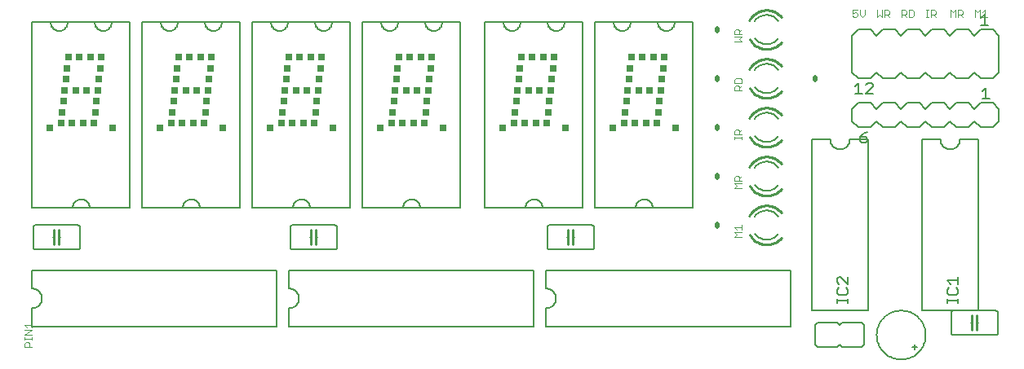
<source format=gto>
G75*
%MOIN*%
%OFA0B0*%
%FSLAX24Y24*%
%IPPOS*%
%LPD*%
%AMOC8*
5,1,8,0,0,1.08239X$1,22.5*
%
%ADD10C,0.0030*%
%ADD11C,0.0060*%
%ADD12C,0.0050*%
%ADD13C,0.0100*%
%ADD14R,0.0250X0.0250*%
%ADD15C,0.0200*%
D10*
X000375Y002195D02*
X000375Y002340D01*
X000423Y002388D01*
X000520Y002388D01*
X000568Y002340D01*
X000568Y002195D01*
X000665Y002195D02*
X000375Y002195D01*
X000375Y002490D02*
X000375Y002586D01*
X000375Y002538D02*
X000665Y002538D01*
X000665Y002490D02*
X000665Y002586D01*
X000665Y002686D02*
X000375Y002686D01*
X000665Y002880D01*
X000375Y002880D01*
X000472Y002981D02*
X000375Y003077D01*
X000665Y003077D01*
X000665Y002981D02*
X000665Y003174D01*
X029375Y006695D02*
X029472Y006792D01*
X029375Y006888D01*
X029665Y006888D01*
X029665Y006990D02*
X029665Y007183D01*
X029665Y007086D02*
X029375Y007086D01*
X029472Y006990D01*
X029375Y006695D02*
X029665Y006695D01*
X029665Y008695D02*
X029375Y008695D01*
X029472Y008792D01*
X029375Y008888D01*
X029665Y008888D01*
X029665Y008990D02*
X029375Y008990D01*
X029375Y009135D01*
X029423Y009183D01*
X029520Y009183D01*
X029568Y009135D01*
X029568Y008990D01*
X029568Y009086D02*
X029665Y009183D01*
X029665Y010695D02*
X029665Y010792D01*
X029665Y010743D02*
X029375Y010743D01*
X029375Y010695D02*
X029375Y010792D01*
X029375Y010891D02*
X029375Y011037D01*
X029423Y011085D01*
X029520Y011085D01*
X029568Y011037D01*
X029568Y010891D01*
X029665Y010891D02*
X029375Y010891D01*
X029568Y010988D02*
X029665Y011085D01*
X029665Y012695D02*
X029375Y012695D01*
X029375Y012840D01*
X029423Y012888D01*
X029520Y012888D01*
X029568Y012840D01*
X029568Y012695D01*
X029568Y012792D02*
X029665Y012888D01*
X029665Y012990D02*
X029375Y012990D01*
X029375Y013135D01*
X029423Y013183D01*
X029617Y013183D01*
X029665Y013135D01*
X029665Y012990D01*
X029665Y014695D02*
X029375Y014695D01*
X029568Y014792D02*
X029665Y014888D01*
X029375Y014888D01*
X029375Y014990D02*
X029375Y015135D01*
X029423Y015183D01*
X029520Y015183D01*
X029568Y015135D01*
X029568Y014990D01*
X029568Y015086D02*
X029665Y015183D01*
X029665Y014990D02*
X029375Y014990D01*
X029568Y014792D02*
X029665Y014695D01*
X034195Y015743D02*
X034243Y015695D01*
X034340Y015695D01*
X034388Y015743D01*
X034388Y015840D01*
X034340Y015888D01*
X034292Y015888D01*
X034195Y015840D01*
X034195Y015985D01*
X034388Y015985D01*
X034490Y015985D02*
X034490Y015792D01*
X034586Y015695D01*
X034683Y015792D01*
X034683Y015985D01*
X035195Y015985D02*
X035195Y015695D01*
X035292Y015792D01*
X035388Y015695D01*
X035388Y015985D01*
X035490Y015985D02*
X035635Y015985D01*
X035683Y015937D01*
X035683Y015840D01*
X035635Y015792D01*
X035490Y015792D01*
X035586Y015792D02*
X035683Y015695D01*
X035490Y015695D02*
X035490Y015985D01*
X036195Y015985D02*
X036195Y015695D01*
X036195Y015792D02*
X036340Y015792D01*
X036388Y015840D01*
X036388Y015937D01*
X036340Y015985D01*
X036195Y015985D01*
X036292Y015792D02*
X036388Y015695D01*
X036490Y015695D02*
X036635Y015695D01*
X036683Y015743D01*
X036683Y015937D01*
X036635Y015985D01*
X036490Y015985D01*
X036490Y015695D01*
X037195Y015695D02*
X037292Y015695D01*
X037243Y015695D02*
X037243Y015985D01*
X037195Y015985D02*
X037292Y015985D01*
X037391Y015985D02*
X037537Y015985D01*
X037585Y015937D01*
X037585Y015840D01*
X037537Y015792D01*
X037391Y015792D01*
X037391Y015695D02*
X037391Y015985D01*
X037488Y015792D02*
X037585Y015695D01*
X038195Y015695D02*
X038195Y015985D01*
X038292Y015888D01*
X038388Y015985D01*
X038388Y015695D01*
X038490Y015695D02*
X038490Y015985D01*
X038635Y015985D01*
X038683Y015937D01*
X038683Y015840D01*
X038635Y015792D01*
X038490Y015792D01*
X038586Y015792D02*
X038683Y015695D01*
X039195Y015695D02*
X039195Y015985D01*
X039292Y015888D01*
X039388Y015985D01*
X039388Y015695D01*
X039490Y015695D02*
X039683Y015695D01*
X039586Y015695D02*
X039586Y015985D01*
X039490Y015888D01*
D11*
X039430Y015180D02*
X039930Y015180D01*
X040180Y014930D01*
X040180Y013430D01*
X039930Y013180D01*
X039430Y013180D01*
X039180Y013430D01*
X038930Y013180D01*
X038430Y013180D01*
X038180Y013430D01*
X037930Y013180D01*
X037430Y013180D01*
X037180Y013430D01*
X036930Y013180D01*
X036430Y013180D01*
X036180Y013430D01*
X035930Y013180D01*
X035430Y013180D01*
X035180Y013430D01*
X034930Y013180D01*
X034430Y013180D01*
X034180Y013430D01*
X034180Y014930D01*
X034430Y015180D01*
X034930Y015180D01*
X035180Y014930D01*
X035430Y015180D01*
X035930Y015180D01*
X036180Y014930D01*
X036430Y015180D01*
X036930Y015180D01*
X037180Y014930D01*
X037430Y015180D01*
X037930Y015180D01*
X038180Y014930D01*
X038430Y015180D01*
X038930Y015180D01*
X039180Y014930D01*
X039430Y015180D01*
X039430Y012180D02*
X039930Y012180D01*
X040180Y011930D01*
X040180Y011430D01*
X039930Y011180D01*
X039430Y011180D01*
X039180Y011430D01*
X038930Y011180D01*
X038430Y011180D01*
X038180Y011430D01*
X037930Y011180D01*
X037430Y011180D01*
X037180Y011430D01*
X036930Y011180D01*
X036430Y011180D01*
X036180Y011430D01*
X035930Y011180D01*
X035430Y011180D01*
X035180Y011430D01*
X034930Y011180D01*
X034430Y011180D01*
X034180Y011430D01*
X034180Y011930D01*
X034430Y012180D01*
X034930Y012180D01*
X035180Y011930D01*
X035430Y012180D01*
X035930Y012180D01*
X036180Y011930D01*
X036430Y012180D01*
X036930Y012180D01*
X037180Y011930D01*
X037430Y012180D01*
X037930Y012180D01*
X038180Y011930D01*
X038430Y012180D01*
X038930Y012180D01*
X039180Y011930D01*
X039430Y012180D01*
X039330Y010680D02*
X038580Y010680D01*
X038578Y010641D01*
X038572Y010602D01*
X038563Y010564D01*
X038550Y010527D01*
X038533Y010491D01*
X038513Y010458D01*
X038489Y010426D01*
X038463Y010397D01*
X038434Y010371D01*
X038402Y010347D01*
X038369Y010327D01*
X038333Y010310D01*
X038296Y010297D01*
X038258Y010288D01*
X038219Y010282D01*
X038180Y010280D01*
X038141Y010282D01*
X038102Y010288D01*
X038064Y010297D01*
X038027Y010310D01*
X037991Y010327D01*
X037958Y010347D01*
X037926Y010371D01*
X037897Y010397D01*
X037871Y010426D01*
X037847Y010458D01*
X037827Y010491D01*
X037810Y010527D01*
X037797Y010564D01*
X037788Y010602D01*
X037782Y010641D01*
X037780Y010680D01*
X037030Y010680D01*
X037030Y003680D01*
X039330Y003680D01*
X039330Y010680D01*
X034830Y010680D02*
X034080Y010680D01*
X034078Y010641D01*
X034072Y010602D01*
X034063Y010564D01*
X034050Y010527D01*
X034033Y010491D01*
X034013Y010458D01*
X033989Y010426D01*
X033963Y010397D01*
X033934Y010371D01*
X033902Y010347D01*
X033869Y010327D01*
X033833Y010310D01*
X033796Y010297D01*
X033758Y010288D01*
X033719Y010282D01*
X033680Y010280D01*
X033641Y010282D01*
X033602Y010288D01*
X033564Y010297D01*
X033527Y010310D01*
X033491Y010327D01*
X033458Y010347D01*
X033426Y010371D01*
X033397Y010397D01*
X033371Y010426D01*
X033347Y010458D01*
X033327Y010491D01*
X033310Y010527D01*
X033297Y010564D01*
X033288Y010602D01*
X033282Y010641D01*
X033280Y010680D01*
X032530Y010680D01*
X032530Y003680D01*
X034830Y003680D01*
X034830Y010680D01*
X030680Y010580D02*
X030635Y010582D01*
X030589Y010587D01*
X030545Y010595D01*
X030501Y010607D01*
X030458Y010623D01*
X030416Y010641D01*
X030376Y010663D01*
X030338Y010687D01*
X030302Y010714D01*
X030267Y010744D01*
X030236Y010777D01*
X030206Y010812D01*
X030680Y011780D02*
X030727Y011778D01*
X030775Y011772D01*
X030821Y011763D01*
X030867Y011750D01*
X030911Y011734D01*
X030955Y011713D01*
X030996Y011690D01*
X031035Y011664D01*
X031072Y011634D01*
X031107Y011601D01*
X031139Y011566D01*
X031168Y011529D01*
X030680Y011780D02*
X030634Y011778D01*
X030588Y011773D01*
X030542Y011764D01*
X030497Y011752D01*
X030454Y011736D01*
X030412Y011717D01*
X030371Y011694D01*
X030332Y011669D01*
X030296Y011641D01*
X030261Y011610D01*
X030229Y011576D01*
X030200Y011540D01*
X030680Y010580D02*
X030725Y010582D01*
X030771Y010587D01*
X030815Y010595D01*
X030859Y010607D01*
X030902Y010623D01*
X030944Y010641D01*
X030984Y010663D01*
X031022Y010687D01*
X031058Y010714D01*
X031093Y010744D01*
X031124Y010777D01*
X031154Y010812D01*
X030206Y008812D02*
X030236Y008777D01*
X030267Y008744D01*
X030302Y008714D01*
X030338Y008687D01*
X030376Y008663D01*
X030416Y008641D01*
X030458Y008623D01*
X030501Y008607D01*
X030545Y008595D01*
X030589Y008587D01*
X030635Y008582D01*
X030680Y008580D01*
X030200Y009540D02*
X030229Y009576D01*
X030261Y009610D01*
X030296Y009641D01*
X030332Y009669D01*
X030371Y009694D01*
X030412Y009717D01*
X030454Y009736D01*
X030497Y009752D01*
X030542Y009764D01*
X030588Y009773D01*
X030634Y009778D01*
X030680Y009780D01*
X031154Y008812D02*
X031124Y008777D01*
X031093Y008744D01*
X031058Y008714D01*
X031022Y008687D01*
X030984Y008663D01*
X030944Y008641D01*
X030902Y008623D01*
X030859Y008607D01*
X030815Y008595D01*
X030771Y008587D01*
X030725Y008582D01*
X030680Y008580D01*
X031168Y009529D02*
X031139Y009566D01*
X031107Y009601D01*
X031072Y009634D01*
X031035Y009664D01*
X030996Y009690D01*
X030955Y009713D01*
X030911Y009734D01*
X030867Y009750D01*
X030821Y009763D01*
X030775Y009772D01*
X030727Y009778D01*
X030680Y009780D01*
X027680Y007880D02*
X027680Y015480D01*
X023680Y015480D01*
X023680Y007880D01*
X027680Y007880D01*
X026030Y007880D02*
X026028Y007917D01*
X026022Y007953D01*
X026013Y007988D01*
X026000Y008022D01*
X025983Y008055D01*
X025963Y008086D01*
X025940Y008114D01*
X025914Y008140D01*
X025886Y008163D01*
X025855Y008183D01*
X025822Y008200D01*
X025788Y008213D01*
X025753Y008222D01*
X025717Y008228D01*
X025680Y008230D01*
X025643Y008228D01*
X025607Y008222D01*
X025572Y008213D01*
X025538Y008200D01*
X025505Y008183D01*
X025474Y008163D01*
X025446Y008140D01*
X025420Y008114D01*
X025397Y008086D01*
X025377Y008055D01*
X025360Y008022D01*
X025347Y007988D01*
X025338Y007953D01*
X025332Y007917D01*
X025330Y007880D01*
X023630Y007080D02*
X023630Y006280D01*
X023628Y006263D01*
X023624Y006246D01*
X023617Y006230D01*
X023607Y006216D01*
X023594Y006203D01*
X023580Y006193D01*
X023564Y006186D01*
X023547Y006182D01*
X023530Y006180D01*
X021830Y006180D01*
X021813Y006182D01*
X021796Y006186D01*
X021780Y006193D01*
X021766Y006203D01*
X021753Y006216D01*
X021743Y006230D01*
X021736Y006246D01*
X021732Y006263D01*
X021730Y006280D01*
X021730Y007080D01*
X021732Y007097D01*
X021736Y007114D01*
X021743Y007130D01*
X021753Y007144D01*
X021766Y007157D01*
X021780Y007167D01*
X021796Y007174D01*
X021813Y007178D01*
X021830Y007180D01*
X023530Y007180D01*
X023547Y007178D01*
X023564Y007174D01*
X023580Y007167D01*
X023594Y007157D01*
X023607Y007144D01*
X023617Y007130D01*
X023624Y007114D01*
X023628Y007097D01*
X023630Y007080D01*
X022830Y006680D02*
X022780Y006680D01*
X022580Y006680D02*
X022530Y006680D01*
X023180Y007880D02*
X023180Y015480D01*
X019180Y015480D01*
X019180Y007880D01*
X023180Y007880D01*
X021530Y007880D02*
X021528Y007917D01*
X021522Y007953D01*
X021513Y007988D01*
X021500Y008022D01*
X021483Y008055D01*
X021463Y008086D01*
X021440Y008114D01*
X021414Y008140D01*
X021386Y008163D01*
X021355Y008183D01*
X021322Y008200D01*
X021288Y008213D01*
X021253Y008222D01*
X021217Y008228D01*
X021180Y008230D01*
X021143Y008228D01*
X021107Y008222D01*
X021072Y008213D01*
X021038Y008200D01*
X021005Y008183D01*
X020974Y008163D01*
X020946Y008140D01*
X020920Y008114D01*
X020897Y008086D01*
X020877Y008055D01*
X020860Y008022D01*
X020847Y007988D01*
X020838Y007953D01*
X020832Y007917D01*
X020830Y007880D01*
X018180Y007880D02*
X018180Y015480D01*
X014180Y015480D01*
X014180Y007880D01*
X018180Y007880D01*
X016530Y007880D02*
X016528Y007917D01*
X016522Y007953D01*
X016513Y007988D01*
X016500Y008022D01*
X016483Y008055D01*
X016463Y008086D01*
X016440Y008114D01*
X016414Y008140D01*
X016386Y008163D01*
X016355Y008183D01*
X016322Y008200D01*
X016288Y008213D01*
X016253Y008222D01*
X016217Y008228D01*
X016180Y008230D01*
X016143Y008228D01*
X016107Y008222D01*
X016072Y008213D01*
X016038Y008200D01*
X016005Y008183D01*
X015974Y008163D01*
X015946Y008140D01*
X015920Y008114D01*
X015897Y008086D01*
X015877Y008055D01*
X015860Y008022D01*
X015847Y007988D01*
X015838Y007953D01*
X015832Y007917D01*
X015830Y007880D01*
X013680Y007880D02*
X013680Y015480D01*
X009680Y015480D01*
X009680Y007880D01*
X013680Y007880D01*
X013030Y007180D02*
X011330Y007180D01*
X011313Y007178D01*
X011296Y007174D01*
X011280Y007167D01*
X011266Y007157D01*
X011253Y007144D01*
X011243Y007130D01*
X011236Y007114D01*
X011232Y007097D01*
X011230Y007080D01*
X011230Y006280D01*
X011232Y006263D01*
X011236Y006246D01*
X011243Y006230D01*
X011253Y006216D01*
X011266Y006203D01*
X011280Y006193D01*
X011296Y006186D01*
X011313Y006182D01*
X011330Y006180D01*
X013030Y006180D01*
X013047Y006182D01*
X013064Y006186D01*
X013080Y006193D01*
X013094Y006203D01*
X013107Y006216D01*
X013117Y006230D01*
X013124Y006246D01*
X013128Y006263D01*
X013130Y006280D01*
X013130Y007080D01*
X013128Y007097D01*
X013124Y007114D01*
X013117Y007130D01*
X013107Y007144D01*
X013094Y007157D01*
X013080Y007167D01*
X013064Y007174D01*
X013047Y007178D01*
X013030Y007180D01*
X012330Y006680D02*
X012280Y006680D01*
X012080Y006680D02*
X012030Y006680D01*
X012030Y007880D02*
X012028Y007917D01*
X012022Y007953D01*
X012013Y007988D01*
X012000Y008022D01*
X011983Y008055D01*
X011963Y008086D01*
X011940Y008114D01*
X011914Y008140D01*
X011886Y008163D01*
X011855Y008183D01*
X011822Y008200D01*
X011788Y008213D01*
X011753Y008222D01*
X011717Y008228D01*
X011680Y008230D01*
X011643Y008228D01*
X011607Y008222D01*
X011572Y008213D01*
X011538Y008200D01*
X011505Y008183D01*
X011474Y008163D01*
X011446Y008140D01*
X011420Y008114D01*
X011397Y008086D01*
X011377Y008055D01*
X011360Y008022D01*
X011347Y007988D01*
X011338Y007953D01*
X011332Y007917D01*
X011330Y007880D01*
X009180Y007880D02*
X009180Y015480D01*
X005180Y015480D01*
X005180Y007880D01*
X009180Y007880D01*
X007530Y007880D02*
X007528Y007917D01*
X007522Y007953D01*
X007513Y007988D01*
X007500Y008022D01*
X007483Y008055D01*
X007463Y008086D01*
X007440Y008114D01*
X007414Y008140D01*
X007386Y008163D01*
X007355Y008183D01*
X007322Y008200D01*
X007288Y008213D01*
X007253Y008222D01*
X007217Y008228D01*
X007180Y008230D01*
X007143Y008228D01*
X007107Y008222D01*
X007072Y008213D01*
X007038Y008200D01*
X007005Y008183D01*
X006974Y008163D01*
X006946Y008140D01*
X006920Y008114D01*
X006897Y008086D01*
X006877Y008055D01*
X006860Y008022D01*
X006847Y007988D01*
X006838Y007953D01*
X006832Y007917D01*
X006830Y007880D01*
X004680Y007880D02*
X004680Y015480D01*
X000680Y015480D01*
X000680Y007880D01*
X004680Y007880D01*
X003030Y007880D02*
X003028Y007917D01*
X003022Y007953D01*
X003013Y007988D01*
X003000Y008022D01*
X002983Y008055D01*
X002963Y008086D01*
X002940Y008114D01*
X002914Y008140D01*
X002886Y008163D01*
X002855Y008183D01*
X002822Y008200D01*
X002788Y008213D01*
X002753Y008222D01*
X002717Y008228D01*
X002680Y008230D01*
X002643Y008228D01*
X002607Y008222D01*
X002572Y008213D01*
X002538Y008200D01*
X002505Y008183D01*
X002474Y008163D01*
X002446Y008140D01*
X002420Y008114D01*
X002397Y008086D01*
X002377Y008055D01*
X002360Y008022D01*
X002347Y007988D01*
X002338Y007953D01*
X002332Y007917D01*
X002330Y007880D01*
X002530Y007180D02*
X000830Y007180D01*
X000813Y007178D01*
X000796Y007174D01*
X000780Y007167D01*
X000766Y007157D01*
X000753Y007144D01*
X000743Y007130D01*
X000736Y007114D01*
X000732Y007097D01*
X000730Y007080D01*
X000730Y006280D01*
X000732Y006263D01*
X000736Y006246D01*
X000743Y006230D01*
X000753Y006216D01*
X000766Y006203D01*
X000780Y006193D01*
X000796Y006186D01*
X000813Y006182D01*
X000830Y006180D01*
X002530Y006180D01*
X002547Y006182D01*
X002564Y006186D01*
X002580Y006193D01*
X002594Y006203D01*
X002607Y006216D01*
X002617Y006230D01*
X002624Y006246D01*
X002628Y006263D01*
X002630Y006280D01*
X002630Y007080D01*
X002628Y007097D01*
X002624Y007114D01*
X002617Y007130D01*
X002607Y007144D01*
X002594Y007157D01*
X002580Y007167D01*
X002564Y007174D01*
X002547Y007178D01*
X002530Y007180D01*
X001830Y006680D02*
X001780Y006680D01*
X001580Y006680D02*
X001530Y006680D01*
X000680Y005330D02*
X000680Y004580D01*
X000719Y004578D01*
X000758Y004572D01*
X000796Y004563D01*
X000833Y004550D01*
X000869Y004533D01*
X000902Y004513D01*
X000934Y004489D01*
X000963Y004463D01*
X000989Y004434D01*
X001013Y004402D01*
X001033Y004369D01*
X001050Y004333D01*
X001063Y004296D01*
X001072Y004258D01*
X001078Y004219D01*
X001080Y004180D01*
X001078Y004141D01*
X001072Y004102D01*
X001063Y004064D01*
X001050Y004027D01*
X001033Y003991D01*
X001013Y003958D01*
X000989Y003926D01*
X000963Y003897D01*
X000934Y003871D01*
X000902Y003847D01*
X000869Y003827D01*
X000833Y003810D01*
X000796Y003797D01*
X000758Y003788D01*
X000719Y003782D01*
X000680Y003780D01*
X000680Y003030D01*
X010680Y003030D01*
X010680Y005330D01*
X000680Y005330D01*
X011180Y005330D02*
X011180Y004580D01*
X011219Y004578D01*
X011258Y004572D01*
X011296Y004563D01*
X011333Y004550D01*
X011369Y004533D01*
X011402Y004513D01*
X011434Y004489D01*
X011463Y004463D01*
X011489Y004434D01*
X011513Y004402D01*
X011533Y004369D01*
X011550Y004333D01*
X011563Y004296D01*
X011572Y004258D01*
X011578Y004219D01*
X011580Y004180D01*
X011578Y004141D01*
X011572Y004102D01*
X011563Y004064D01*
X011550Y004027D01*
X011533Y003991D01*
X011513Y003958D01*
X011489Y003926D01*
X011463Y003897D01*
X011434Y003871D01*
X011402Y003847D01*
X011369Y003827D01*
X011333Y003810D01*
X011296Y003797D01*
X011258Y003788D01*
X011219Y003782D01*
X011180Y003780D01*
X011180Y003030D01*
X021180Y003030D01*
X021180Y005330D01*
X011180Y005330D01*
X021680Y005330D02*
X021680Y004580D01*
X021719Y004578D01*
X021758Y004572D01*
X021796Y004563D01*
X021833Y004550D01*
X021869Y004533D01*
X021902Y004513D01*
X021934Y004489D01*
X021963Y004463D01*
X021989Y004434D01*
X022013Y004402D01*
X022033Y004369D01*
X022050Y004333D01*
X022063Y004296D01*
X022072Y004258D01*
X022078Y004219D01*
X022080Y004180D01*
X022078Y004141D01*
X022072Y004102D01*
X022063Y004064D01*
X022050Y004027D01*
X022033Y003991D01*
X022013Y003958D01*
X021989Y003926D01*
X021963Y003897D01*
X021934Y003871D01*
X021902Y003847D01*
X021869Y003827D01*
X021833Y003810D01*
X021796Y003797D01*
X021758Y003788D01*
X021719Y003782D01*
X021680Y003780D01*
X021680Y003030D01*
X031680Y003030D01*
X031680Y005330D01*
X021680Y005330D01*
X030680Y007780D02*
X030727Y007778D01*
X030775Y007772D01*
X030821Y007763D01*
X030867Y007750D01*
X030911Y007734D01*
X030955Y007713D01*
X030996Y007690D01*
X031035Y007664D01*
X031072Y007634D01*
X031107Y007601D01*
X031139Y007566D01*
X031168Y007529D01*
X030680Y006580D02*
X030635Y006582D01*
X030589Y006587D01*
X030545Y006595D01*
X030501Y006607D01*
X030458Y006623D01*
X030416Y006641D01*
X030376Y006663D01*
X030338Y006687D01*
X030302Y006714D01*
X030267Y006744D01*
X030236Y006777D01*
X030206Y006812D01*
X030680Y006580D02*
X030725Y006582D01*
X030771Y006587D01*
X030815Y006595D01*
X030859Y006607D01*
X030902Y006623D01*
X030944Y006641D01*
X030984Y006663D01*
X031022Y006687D01*
X031058Y006714D01*
X031093Y006744D01*
X031124Y006777D01*
X031154Y006812D01*
X030680Y007780D02*
X030634Y007778D01*
X030588Y007773D01*
X030542Y007764D01*
X030497Y007752D01*
X030454Y007736D01*
X030412Y007717D01*
X030371Y007694D01*
X030332Y007669D01*
X030296Y007641D01*
X030261Y007610D01*
X030229Y007576D01*
X030200Y007540D01*
X038330Y003680D02*
X040030Y003680D01*
X040047Y003678D01*
X040064Y003674D01*
X040080Y003667D01*
X040094Y003657D01*
X040107Y003644D01*
X040117Y003630D01*
X040124Y003614D01*
X040128Y003597D01*
X040130Y003580D01*
X040130Y002780D01*
X040128Y002763D01*
X040124Y002746D01*
X040117Y002730D01*
X040107Y002716D01*
X040094Y002703D01*
X040080Y002693D01*
X040064Y002686D01*
X040047Y002682D01*
X040030Y002680D01*
X038330Y002680D01*
X038313Y002682D01*
X038296Y002686D01*
X038280Y002693D01*
X038266Y002703D01*
X038253Y002716D01*
X038243Y002730D01*
X038236Y002746D01*
X038232Y002763D01*
X038230Y002780D01*
X038230Y003580D01*
X038232Y003597D01*
X038236Y003614D01*
X038243Y003630D01*
X038253Y003644D01*
X038266Y003657D01*
X038280Y003667D01*
X038296Y003674D01*
X038313Y003678D01*
X038330Y003680D01*
X039030Y003180D02*
X039080Y003180D01*
X039280Y003180D02*
X039330Y003180D01*
X036830Y002180D02*
X036730Y002180D01*
X036730Y002080D01*
X036730Y002180D02*
X036630Y002180D01*
X036730Y002180D02*
X036730Y002280D01*
X035180Y002680D02*
X035182Y002743D01*
X035188Y002805D01*
X035198Y002867D01*
X035211Y002929D01*
X035229Y002989D01*
X035250Y003048D01*
X035275Y003106D01*
X035304Y003162D01*
X035336Y003216D01*
X035371Y003268D01*
X035409Y003317D01*
X035451Y003365D01*
X035495Y003409D01*
X035543Y003451D01*
X035592Y003489D01*
X035644Y003524D01*
X035698Y003556D01*
X035754Y003585D01*
X035812Y003610D01*
X035871Y003631D01*
X035931Y003649D01*
X035993Y003662D01*
X036055Y003672D01*
X036117Y003678D01*
X036180Y003680D01*
X036243Y003678D01*
X036305Y003672D01*
X036367Y003662D01*
X036429Y003649D01*
X036489Y003631D01*
X036548Y003610D01*
X036606Y003585D01*
X036662Y003556D01*
X036716Y003524D01*
X036768Y003489D01*
X036817Y003451D01*
X036865Y003409D01*
X036909Y003365D01*
X036951Y003317D01*
X036989Y003268D01*
X037024Y003216D01*
X037056Y003162D01*
X037085Y003106D01*
X037110Y003048D01*
X037131Y002989D01*
X037149Y002929D01*
X037162Y002867D01*
X037172Y002805D01*
X037178Y002743D01*
X037180Y002680D01*
X037178Y002617D01*
X037172Y002555D01*
X037162Y002493D01*
X037149Y002431D01*
X037131Y002371D01*
X037110Y002312D01*
X037085Y002254D01*
X037056Y002198D01*
X037024Y002144D01*
X036989Y002092D01*
X036951Y002043D01*
X036909Y001995D01*
X036865Y001951D01*
X036817Y001909D01*
X036768Y001871D01*
X036716Y001836D01*
X036662Y001804D01*
X036606Y001775D01*
X036548Y001750D01*
X036489Y001729D01*
X036429Y001711D01*
X036367Y001698D01*
X036305Y001688D01*
X036243Y001682D01*
X036180Y001680D01*
X036117Y001682D01*
X036055Y001688D01*
X035993Y001698D01*
X035931Y001711D01*
X035871Y001729D01*
X035812Y001750D01*
X035754Y001775D01*
X035698Y001804D01*
X035644Y001836D01*
X035592Y001871D01*
X035543Y001909D01*
X035495Y001951D01*
X035451Y001995D01*
X035409Y002043D01*
X035371Y002092D01*
X035336Y002144D01*
X035304Y002198D01*
X035275Y002254D01*
X035250Y002312D01*
X035229Y002371D01*
X035211Y002431D01*
X035198Y002493D01*
X035188Y002555D01*
X035182Y002617D01*
X035180Y002680D01*
X034680Y003080D02*
X034580Y003180D01*
X033780Y003180D01*
X033680Y003080D01*
X033580Y003180D01*
X032780Y003180D01*
X032680Y003080D01*
X032680Y002280D01*
X032780Y002180D01*
X033580Y002180D01*
X033680Y002280D01*
X033780Y002180D01*
X034580Y002180D01*
X034680Y002280D01*
X034680Y003080D01*
X030680Y012580D02*
X030635Y012582D01*
X030589Y012587D01*
X030545Y012595D01*
X030501Y012607D01*
X030458Y012623D01*
X030416Y012641D01*
X030376Y012663D01*
X030338Y012687D01*
X030302Y012714D01*
X030267Y012744D01*
X030236Y012777D01*
X030206Y012812D01*
X030680Y013780D02*
X030727Y013778D01*
X030775Y013772D01*
X030821Y013763D01*
X030867Y013750D01*
X030911Y013734D01*
X030955Y013713D01*
X030996Y013690D01*
X031035Y013664D01*
X031072Y013634D01*
X031107Y013601D01*
X031139Y013566D01*
X031168Y013529D01*
X030680Y013780D02*
X030634Y013778D01*
X030588Y013773D01*
X030542Y013764D01*
X030497Y013752D01*
X030454Y013736D01*
X030412Y013717D01*
X030371Y013694D01*
X030332Y013669D01*
X030296Y013641D01*
X030261Y013610D01*
X030229Y013576D01*
X030200Y013540D01*
X030680Y012580D02*
X030725Y012582D01*
X030771Y012587D01*
X030815Y012595D01*
X030859Y012607D01*
X030902Y012623D01*
X030944Y012641D01*
X030984Y012663D01*
X031022Y012687D01*
X031058Y012714D01*
X031093Y012744D01*
X031124Y012777D01*
X031154Y012812D01*
X030200Y015540D02*
X030229Y015576D01*
X030261Y015610D01*
X030296Y015641D01*
X030332Y015669D01*
X030371Y015694D01*
X030412Y015717D01*
X030454Y015736D01*
X030497Y015752D01*
X030542Y015764D01*
X030588Y015773D01*
X030634Y015778D01*
X030680Y015780D01*
X030206Y014812D02*
X030236Y014777D01*
X030267Y014744D01*
X030302Y014714D01*
X030338Y014687D01*
X030376Y014663D01*
X030416Y014641D01*
X030458Y014623D01*
X030501Y014607D01*
X030545Y014595D01*
X030589Y014587D01*
X030635Y014582D01*
X030680Y014580D01*
X031168Y015529D02*
X031139Y015566D01*
X031107Y015601D01*
X031072Y015634D01*
X031035Y015664D01*
X030996Y015690D01*
X030955Y015713D01*
X030911Y015734D01*
X030867Y015750D01*
X030821Y015763D01*
X030775Y015772D01*
X030727Y015778D01*
X030680Y015780D01*
X031154Y014812D02*
X031124Y014777D01*
X031093Y014744D01*
X031058Y014714D01*
X031022Y014687D01*
X030984Y014663D01*
X030944Y014641D01*
X030902Y014623D01*
X030859Y014607D01*
X030815Y014595D01*
X030771Y014587D01*
X030725Y014582D01*
X030680Y014580D01*
X026930Y015480D02*
X026928Y015443D01*
X026922Y015407D01*
X026913Y015372D01*
X026900Y015338D01*
X026883Y015305D01*
X026863Y015274D01*
X026840Y015246D01*
X026814Y015220D01*
X026786Y015197D01*
X026755Y015177D01*
X026722Y015160D01*
X026688Y015147D01*
X026653Y015138D01*
X026617Y015132D01*
X026580Y015130D01*
X026543Y015132D01*
X026507Y015138D01*
X026472Y015147D01*
X026438Y015160D01*
X026405Y015177D01*
X026374Y015197D01*
X026346Y015220D01*
X026320Y015246D01*
X026297Y015274D01*
X026277Y015305D01*
X026260Y015338D01*
X026247Y015372D01*
X026238Y015407D01*
X026232Y015443D01*
X026230Y015480D01*
X025130Y015480D02*
X025128Y015443D01*
X025122Y015407D01*
X025113Y015372D01*
X025100Y015338D01*
X025083Y015305D01*
X025063Y015274D01*
X025040Y015246D01*
X025014Y015220D01*
X024986Y015197D01*
X024955Y015177D01*
X024922Y015160D01*
X024888Y015147D01*
X024853Y015138D01*
X024817Y015132D01*
X024780Y015130D01*
X024743Y015132D01*
X024707Y015138D01*
X024672Y015147D01*
X024638Y015160D01*
X024605Y015177D01*
X024574Y015197D01*
X024546Y015220D01*
X024520Y015246D01*
X024497Y015274D01*
X024477Y015305D01*
X024460Y015338D01*
X024447Y015372D01*
X024438Y015407D01*
X024432Y015443D01*
X024430Y015480D01*
X022430Y015480D02*
X022428Y015443D01*
X022422Y015407D01*
X022413Y015372D01*
X022400Y015338D01*
X022383Y015305D01*
X022363Y015274D01*
X022340Y015246D01*
X022314Y015220D01*
X022286Y015197D01*
X022255Y015177D01*
X022222Y015160D01*
X022188Y015147D01*
X022153Y015138D01*
X022117Y015132D01*
X022080Y015130D01*
X022043Y015132D01*
X022007Y015138D01*
X021972Y015147D01*
X021938Y015160D01*
X021905Y015177D01*
X021874Y015197D01*
X021846Y015220D01*
X021820Y015246D01*
X021797Y015274D01*
X021777Y015305D01*
X021760Y015338D01*
X021747Y015372D01*
X021738Y015407D01*
X021732Y015443D01*
X021730Y015480D01*
X020630Y015480D02*
X020628Y015443D01*
X020622Y015407D01*
X020613Y015372D01*
X020600Y015338D01*
X020583Y015305D01*
X020563Y015274D01*
X020540Y015246D01*
X020514Y015220D01*
X020486Y015197D01*
X020455Y015177D01*
X020422Y015160D01*
X020388Y015147D01*
X020353Y015138D01*
X020317Y015132D01*
X020280Y015130D01*
X020243Y015132D01*
X020207Y015138D01*
X020172Y015147D01*
X020138Y015160D01*
X020105Y015177D01*
X020074Y015197D01*
X020046Y015220D01*
X020020Y015246D01*
X019997Y015274D01*
X019977Y015305D01*
X019960Y015338D01*
X019947Y015372D01*
X019938Y015407D01*
X019932Y015443D01*
X019930Y015480D01*
X017430Y015480D02*
X017428Y015443D01*
X017422Y015407D01*
X017413Y015372D01*
X017400Y015338D01*
X017383Y015305D01*
X017363Y015274D01*
X017340Y015246D01*
X017314Y015220D01*
X017286Y015197D01*
X017255Y015177D01*
X017222Y015160D01*
X017188Y015147D01*
X017153Y015138D01*
X017117Y015132D01*
X017080Y015130D01*
X017043Y015132D01*
X017007Y015138D01*
X016972Y015147D01*
X016938Y015160D01*
X016905Y015177D01*
X016874Y015197D01*
X016846Y015220D01*
X016820Y015246D01*
X016797Y015274D01*
X016777Y015305D01*
X016760Y015338D01*
X016747Y015372D01*
X016738Y015407D01*
X016732Y015443D01*
X016730Y015480D01*
X015630Y015480D02*
X015628Y015443D01*
X015622Y015407D01*
X015613Y015372D01*
X015600Y015338D01*
X015583Y015305D01*
X015563Y015274D01*
X015540Y015246D01*
X015514Y015220D01*
X015486Y015197D01*
X015455Y015177D01*
X015422Y015160D01*
X015388Y015147D01*
X015353Y015138D01*
X015317Y015132D01*
X015280Y015130D01*
X015243Y015132D01*
X015207Y015138D01*
X015172Y015147D01*
X015138Y015160D01*
X015105Y015177D01*
X015074Y015197D01*
X015046Y015220D01*
X015020Y015246D01*
X014997Y015274D01*
X014977Y015305D01*
X014960Y015338D01*
X014947Y015372D01*
X014938Y015407D01*
X014932Y015443D01*
X014930Y015480D01*
X012930Y015480D02*
X012928Y015443D01*
X012922Y015407D01*
X012913Y015372D01*
X012900Y015338D01*
X012883Y015305D01*
X012863Y015274D01*
X012840Y015246D01*
X012814Y015220D01*
X012786Y015197D01*
X012755Y015177D01*
X012722Y015160D01*
X012688Y015147D01*
X012653Y015138D01*
X012617Y015132D01*
X012580Y015130D01*
X012543Y015132D01*
X012507Y015138D01*
X012472Y015147D01*
X012438Y015160D01*
X012405Y015177D01*
X012374Y015197D01*
X012346Y015220D01*
X012320Y015246D01*
X012297Y015274D01*
X012277Y015305D01*
X012260Y015338D01*
X012247Y015372D01*
X012238Y015407D01*
X012232Y015443D01*
X012230Y015480D01*
X011130Y015480D02*
X011128Y015443D01*
X011122Y015407D01*
X011113Y015372D01*
X011100Y015338D01*
X011083Y015305D01*
X011063Y015274D01*
X011040Y015246D01*
X011014Y015220D01*
X010986Y015197D01*
X010955Y015177D01*
X010922Y015160D01*
X010888Y015147D01*
X010853Y015138D01*
X010817Y015132D01*
X010780Y015130D01*
X010743Y015132D01*
X010707Y015138D01*
X010672Y015147D01*
X010638Y015160D01*
X010605Y015177D01*
X010574Y015197D01*
X010546Y015220D01*
X010520Y015246D01*
X010497Y015274D01*
X010477Y015305D01*
X010460Y015338D01*
X010447Y015372D01*
X010438Y015407D01*
X010432Y015443D01*
X010430Y015480D01*
X008430Y015480D02*
X008428Y015443D01*
X008422Y015407D01*
X008413Y015372D01*
X008400Y015338D01*
X008383Y015305D01*
X008363Y015274D01*
X008340Y015246D01*
X008314Y015220D01*
X008286Y015197D01*
X008255Y015177D01*
X008222Y015160D01*
X008188Y015147D01*
X008153Y015138D01*
X008117Y015132D01*
X008080Y015130D01*
X008043Y015132D01*
X008007Y015138D01*
X007972Y015147D01*
X007938Y015160D01*
X007905Y015177D01*
X007874Y015197D01*
X007846Y015220D01*
X007820Y015246D01*
X007797Y015274D01*
X007777Y015305D01*
X007760Y015338D01*
X007747Y015372D01*
X007738Y015407D01*
X007732Y015443D01*
X007730Y015480D01*
X006630Y015480D02*
X006628Y015443D01*
X006622Y015407D01*
X006613Y015372D01*
X006600Y015338D01*
X006583Y015305D01*
X006563Y015274D01*
X006540Y015246D01*
X006514Y015220D01*
X006486Y015197D01*
X006455Y015177D01*
X006422Y015160D01*
X006388Y015147D01*
X006353Y015138D01*
X006317Y015132D01*
X006280Y015130D01*
X006243Y015132D01*
X006207Y015138D01*
X006172Y015147D01*
X006138Y015160D01*
X006105Y015177D01*
X006074Y015197D01*
X006046Y015220D01*
X006020Y015246D01*
X005997Y015274D01*
X005977Y015305D01*
X005960Y015338D01*
X005947Y015372D01*
X005938Y015407D01*
X005932Y015443D01*
X005930Y015480D01*
X003930Y015480D02*
X003928Y015443D01*
X003922Y015407D01*
X003913Y015372D01*
X003900Y015338D01*
X003883Y015305D01*
X003863Y015274D01*
X003840Y015246D01*
X003814Y015220D01*
X003786Y015197D01*
X003755Y015177D01*
X003722Y015160D01*
X003688Y015147D01*
X003653Y015138D01*
X003617Y015132D01*
X003580Y015130D01*
X003543Y015132D01*
X003507Y015138D01*
X003472Y015147D01*
X003438Y015160D01*
X003405Y015177D01*
X003374Y015197D01*
X003346Y015220D01*
X003320Y015246D01*
X003297Y015274D01*
X003277Y015305D01*
X003260Y015338D01*
X003247Y015372D01*
X003238Y015407D01*
X003232Y015443D01*
X003230Y015480D01*
X002130Y015480D02*
X002128Y015443D01*
X002122Y015407D01*
X002113Y015372D01*
X002100Y015338D01*
X002083Y015305D01*
X002063Y015274D01*
X002040Y015246D01*
X002014Y015220D01*
X001986Y015197D01*
X001955Y015177D01*
X001922Y015160D01*
X001888Y015147D01*
X001853Y015138D01*
X001817Y015132D01*
X001780Y015130D01*
X001743Y015132D01*
X001707Y015138D01*
X001672Y015147D01*
X001638Y015160D01*
X001605Y015177D01*
X001574Y015197D01*
X001546Y015220D01*
X001520Y015246D01*
X001497Y015274D01*
X001477Y015305D01*
X001460Y015338D01*
X001447Y015372D01*
X001438Y015407D01*
X001432Y015443D01*
X001430Y015480D01*
D12*
X033555Y004998D02*
X033555Y004847D01*
X033630Y004772D01*
X033630Y004612D02*
X033555Y004537D01*
X033555Y004387D01*
X033630Y004312D01*
X033930Y004312D01*
X034005Y004387D01*
X034005Y004537D01*
X033930Y004612D01*
X034005Y004772D02*
X033705Y005073D01*
X033630Y005073D01*
X033555Y004998D01*
X034005Y005073D02*
X034005Y004772D01*
X034005Y004155D02*
X034005Y004005D01*
X034005Y004080D02*
X033555Y004080D01*
X033555Y004005D02*
X033555Y004155D01*
X038055Y004155D02*
X038055Y004005D01*
X038055Y004080D02*
X038505Y004080D01*
X038505Y004005D02*
X038505Y004155D01*
X038430Y004312D02*
X038130Y004312D01*
X038055Y004387D01*
X038055Y004537D01*
X038130Y004612D01*
X038205Y004772D02*
X038055Y004922D01*
X038505Y004922D01*
X038505Y004772D02*
X038505Y005073D01*
X038430Y004612D02*
X038505Y004537D01*
X038505Y004387D01*
X038430Y004312D01*
X034720Y010555D02*
X034795Y010630D01*
X034795Y010705D01*
X034720Y010780D01*
X034495Y010780D01*
X034495Y010630D01*
X034570Y010555D01*
X034720Y010555D01*
X034495Y010780D02*
X034645Y010930D01*
X034795Y011005D01*
X034745Y012555D02*
X035045Y012855D01*
X035045Y012930D01*
X034970Y013005D01*
X034820Y013005D01*
X034745Y012930D01*
X034434Y013005D02*
X034434Y012555D01*
X034284Y012555D02*
X034584Y012555D01*
X034745Y012555D02*
X035045Y012555D01*
X034434Y013005D02*
X034284Y012855D01*
X039495Y012655D02*
X039645Y012805D01*
X039645Y012355D01*
X039495Y012355D02*
X039795Y012355D01*
X039745Y015355D02*
X039445Y015355D01*
X039595Y015355D02*
X039595Y015805D01*
X039445Y015655D01*
D13*
X030680Y015980D02*
X030626Y015978D01*
X030572Y015973D01*
X030519Y015964D01*
X030466Y015951D01*
X030415Y015935D01*
X030365Y015915D01*
X030316Y015892D01*
X030268Y015866D01*
X030223Y015837D01*
X030180Y015804D01*
X030139Y015769D01*
X030100Y015731D01*
X030064Y015691D01*
X030031Y015648D01*
X030001Y015603D01*
X029974Y015556D01*
X029985Y014783D02*
X030015Y014735D01*
X030048Y014690D01*
X030084Y014647D01*
X030122Y014606D01*
X030164Y014569D01*
X030208Y014534D01*
X030254Y014503D01*
X030303Y014474D01*
X030353Y014450D01*
X030405Y014429D01*
X030459Y014411D01*
X030513Y014398D01*
X030568Y014388D01*
X030624Y014382D01*
X030680Y014380D01*
X030733Y014382D01*
X030787Y014387D01*
X030839Y014396D01*
X030891Y014408D01*
X030942Y014424D01*
X030992Y014443D01*
X031041Y014466D01*
X031088Y014492D01*
X031133Y014520D01*
X031176Y014552D01*
X031216Y014586D01*
X031255Y014624D01*
X031291Y014663D01*
X031295Y015692D02*
X031259Y015732D01*
X031220Y015770D01*
X031179Y015805D01*
X031136Y015837D01*
X031091Y015867D01*
X031044Y015893D01*
X030995Y015915D01*
X030944Y015935D01*
X030893Y015951D01*
X030841Y015964D01*
X030787Y015973D01*
X030734Y015978D01*
X030680Y015980D01*
X029985Y012783D02*
X030015Y012735D01*
X030048Y012690D01*
X030084Y012647D01*
X030122Y012606D01*
X030164Y012569D01*
X030208Y012534D01*
X030254Y012503D01*
X030303Y012474D01*
X030353Y012450D01*
X030405Y012429D01*
X030459Y012411D01*
X030513Y012398D01*
X030568Y012388D01*
X030624Y012382D01*
X030680Y012380D01*
X029974Y013556D02*
X030001Y013603D01*
X030031Y013648D01*
X030064Y013691D01*
X030100Y013731D01*
X030139Y013769D01*
X030180Y013804D01*
X030223Y013837D01*
X030268Y013866D01*
X030316Y013892D01*
X030365Y013915D01*
X030415Y013935D01*
X030466Y013951D01*
X030519Y013964D01*
X030572Y013973D01*
X030626Y013978D01*
X030680Y013980D01*
X031291Y012663D02*
X031255Y012624D01*
X031216Y012586D01*
X031176Y012552D01*
X031133Y012520D01*
X031088Y012492D01*
X031041Y012466D01*
X030992Y012443D01*
X030942Y012424D01*
X030891Y012408D01*
X030839Y012396D01*
X030787Y012387D01*
X030733Y012382D01*
X030680Y012380D01*
X031295Y013692D02*
X031259Y013732D01*
X031220Y013770D01*
X031179Y013805D01*
X031136Y013837D01*
X031091Y013867D01*
X031044Y013893D01*
X030995Y013915D01*
X030944Y013935D01*
X030893Y013951D01*
X030841Y013964D01*
X030787Y013973D01*
X030734Y013978D01*
X030680Y013980D01*
X029985Y010783D02*
X030015Y010735D01*
X030048Y010690D01*
X030084Y010647D01*
X030122Y010606D01*
X030164Y010569D01*
X030208Y010534D01*
X030254Y010503D01*
X030303Y010474D01*
X030353Y010450D01*
X030405Y010429D01*
X030459Y010411D01*
X030513Y010398D01*
X030568Y010388D01*
X030624Y010382D01*
X030680Y010380D01*
X029974Y011556D02*
X030001Y011603D01*
X030031Y011648D01*
X030064Y011691D01*
X030100Y011731D01*
X030139Y011769D01*
X030180Y011804D01*
X030223Y011837D01*
X030268Y011866D01*
X030316Y011892D01*
X030365Y011915D01*
X030415Y011935D01*
X030466Y011951D01*
X030519Y011964D01*
X030572Y011973D01*
X030626Y011978D01*
X030680Y011980D01*
X031291Y010663D02*
X031255Y010624D01*
X031216Y010586D01*
X031176Y010552D01*
X031133Y010520D01*
X031088Y010492D01*
X031041Y010466D01*
X030992Y010443D01*
X030942Y010424D01*
X030891Y010408D01*
X030839Y010396D01*
X030787Y010387D01*
X030733Y010382D01*
X030680Y010380D01*
X031295Y011692D02*
X031259Y011732D01*
X031220Y011770D01*
X031179Y011805D01*
X031136Y011837D01*
X031091Y011867D01*
X031044Y011893D01*
X030995Y011915D01*
X030944Y011935D01*
X030893Y011951D01*
X030841Y011964D01*
X030787Y011973D01*
X030734Y011978D01*
X030680Y011980D01*
X029985Y008783D02*
X030015Y008735D01*
X030048Y008690D01*
X030084Y008647D01*
X030122Y008606D01*
X030164Y008569D01*
X030208Y008534D01*
X030254Y008503D01*
X030303Y008474D01*
X030353Y008450D01*
X030405Y008429D01*
X030459Y008411D01*
X030513Y008398D01*
X030568Y008388D01*
X030624Y008382D01*
X030680Y008380D01*
X029974Y009556D02*
X030001Y009603D01*
X030031Y009648D01*
X030064Y009691D01*
X030100Y009731D01*
X030139Y009769D01*
X030180Y009804D01*
X030223Y009837D01*
X030268Y009866D01*
X030316Y009892D01*
X030365Y009915D01*
X030415Y009935D01*
X030466Y009951D01*
X030519Y009964D01*
X030572Y009973D01*
X030626Y009978D01*
X030680Y009980D01*
X031291Y008663D02*
X031255Y008624D01*
X031216Y008586D01*
X031176Y008552D01*
X031133Y008520D01*
X031088Y008492D01*
X031041Y008466D01*
X030992Y008443D01*
X030942Y008424D01*
X030891Y008408D01*
X030839Y008396D01*
X030787Y008387D01*
X030733Y008382D01*
X030680Y008380D01*
X031295Y009692D02*
X031259Y009732D01*
X031220Y009770D01*
X031179Y009805D01*
X031136Y009837D01*
X031091Y009867D01*
X031044Y009893D01*
X030995Y009915D01*
X030944Y009935D01*
X030893Y009951D01*
X030841Y009964D01*
X030787Y009973D01*
X030734Y009978D01*
X030680Y009980D01*
X029985Y006783D02*
X030015Y006735D01*
X030048Y006690D01*
X030084Y006647D01*
X030122Y006606D01*
X030164Y006569D01*
X030208Y006534D01*
X030254Y006503D01*
X030303Y006474D01*
X030353Y006450D01*
X030405Y006429D01*
X030459Y006411D01*
X030513Y006398D01*
X030568Y006388D01*
X030624Y006382D01*
X030680Y006380D01*
X029974Y007556D02*
X030001Y007603D01*
X030031Y007648D01*
X030064Y007691D01*
X030100Y007731D01*
X030139Y007769D01*
X030180Y007804D01*
X030223Y007837D01*
X030268Y007866D01*
X030316Y007892D01*
X030365Y007915D01*
X030415Y007935D01*
X030466Y007951D01*
X030519Y007964D01*
X030572Y007973D01*
X030626Y007978D01*
X030680Y007980D01*
X031291Y006663D02*
X031255Y006624D01*
X031216Y006586D01*
X031176Y006552D01*
X031133Y006520D01*
X031088Y006492D01*
X031041Y006466D01*
X030992Y006443D01*
X030942Y006424D01*
X030891Y006408D01*
X030839Y006396D01*
X030787Y006387D01*
X030733Y006382D01*
X030680Y006380D01*
X031295Y007692D02*
X031259Y007732D01*
X031220Y007770D01*
X031179Y007805D01*
X031136Y007837D01*
X031091Y007867D01*
X031044Y007893D01*
X030995Y007915D01*
X030944Y007935D01*
X030893Y007951D01*
X030841Y007964D01*
X030787Y007973D01*
X030734Y007978D01*
X030680Y007980D01*
X022780Y006980D02*
X022780Y006680D01*
X022780Y006380D01*
X022580Y006380D02*
X022580Y006680D01*
X022580Y006980D01*
X012280Y006980D02*
X012280Y006680D01*
X012280Y006380D01*
X012080Y006380D02*
X012080Y006680D01*
X012080Y006980D01*
X001780Y006980D02*
X001780Y006680D01*
X001780Y006380D01*
X001580Y006380D02*
X001580Y006680D01*
X001580Y006980D01*
X039080Y003480D02*
X039080Y003180D01*
X039080Y002880D01*
X039280Y002880D02*
X039280Y003180D01*
X039280Y003480D01*
D14*
X026955Y011155D03*
X026205Y011355D03*
X025755Y011355D03*
X025305Y011355D03*
X024855Y011355D03*
X024405Y011155D03*
X024905Y011805D03*
X024955Y012255D03*
X025005Y012705D03*
X025455Y012705D03*
X025905Y012705D03*
X026355Y012705D03*
X026305Y012255D03*
X026255Y011805D03*
X026405Y013155D03*
X026455Y013605D03*
X026505Y014055D03*
X026055Y014055D03*
X025605Y014055D03*
X025155Y014055D03*
X025105Y013605D03*
X025055Y013155D03*
X021955Y013605D03*
X022005Y014055D03*
X021555Y014055D03*
X021105Y014055D03*
X020655Y014055D03*
X020605Y013605D03*
X020555Y013155D03*
X020505Y012705D03*
X020955Y012705D03*
X021405Y012705D03*
X021855Y012705D03*
X021805Y012255D03*
X021755Y011805D03*
X021705Y011355D03*
X021255Y011355D03*
X020805Y011355D03*
X020355Y011355D03*
X019905Y011155D03*
X020405Y011805D03*
X020455Y012255D03*
X021905Y013155D03*
X022455Y011155D03*
X017455Y011155D03*
X016705Y011355D03*
X016255Y011355D03*
X015805Y011355D03*
X015355Y011355D03*
X014905Y011155D03*
X015405Y011805D03*
X015455Y012255D03*
X015505Y012705D03*
X015955Y012705D03*
X016405Y012705D03*
X016855Y012705D03*
X016805Y012255D03*
X016755Y011805D03*
X016905Y013155D03*
X016955Y013605D03*
X017005Y014055D03*
X016555Y014055D03*
X016105Y014055D03*
X015655Y014055D03*
X015605Y013605D03*
X015555Y013155D03*
X012455Y013605D03*
X012505Y014055D03*
X012055Y014055D03*
X011605Y014055D03*
X011155Y014055D03*
X011105Y013605D03*
X011055Y013155D03*
X011005Y012705D03*
X011455Y012705D03*
X011905Y012705D03*
X012355Y012705D03*
X012305Y012255D03*
X012255Y011805D03*
X012205Y011355D03*
X011755Y011355D03*
X011305Y011355D03*
X010855Y011355D03*
X010405Y011155D03*
X010905Y011805D03*
X010955Y012255D03*
X012405Y013155D03*
X007955Y013605D03*
X008005Y014055D03*
X007555Y014055D03*
X007105Y014055D03*
X006655Y014055D03*
X006605Y013605D03*
X006555Y013155D03*
X006505Y012705D03*
X006955Y012705D03*
X007405Y012705D03*
X007855Y012705D03*
X007805Y012255D03*
X007755Y011805D03*
X007705Y011355D03*
X007255Y011355D03*
X006805Y011355D03*
X006355Y011355D03*
X005905Y011155D03*
X006405Y011805D03*
X006455Y012255D03*
X007905Y013155D03*
X003455Y013605D03*
X003505Y014055D03*
X003055Y014055D03*
X002605Y014055D03*
X002155Y014055D03*
X002105Y013605D03*
X002055Y013155D03*
X002005Y012705D03*
X002455Y012705D03*
X002905Y012705D03*
X003355Y012705D03*
X003305Y012255D03*
X003255Y011805D03*
X003205Y011355D03*
X002755Y011355D03*
X002305Y011355D03*
X001855Y011355D03*
X001405Y011155D03*
X001905Y011805D03*
X001955Y012255D03*
X003405Y013155D03*
X003955Y011155D03*
X008455Y011155D03*
X012955Y011155D03*
D15*
X028680Y011130D02*
X028680Y011230D01*
X028680Y013130D02*
X028680Y013230D01*
X032680Y013230D02*
X032680Y013130D01*
X028680Y015130D02*
X028680Y015230D01*
X028680Y009230D02*
X028680Y009130D01*
X028680Y007230D02*
X028680Y007130D01*
M02*

</source>
